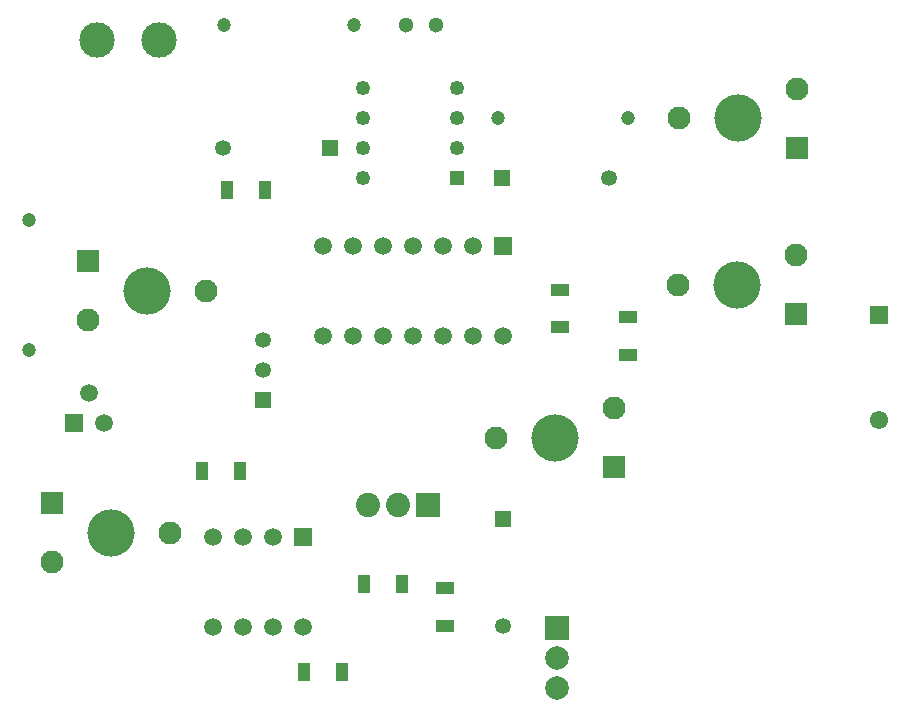
<source format=gbr>
%TF.GenerationSoftware,Altium Limited,Altium Designer,25.1.2 (22)*%
G04 Layer_Color=255*
%FSLAX25Y25*%
%MOIN*%
%TF.SameCoordinates,C6B27E67-7A8A-4C38-9DB9-D7D7B609FA95*%
%TF.FilePolarity,Positive*%
%TF.FileFunction,Pads,Top*%
%TF.Part,Single*%
G01*
G75*
%TA.AperFunction,SMDPad,CuDef*%
%ADD10R,0.05906X0.03937*%
%ADD11R,0.03937X0.05906*%
%TA.AperFunction,ComponentPad*%
%ADD16C,0.11811*%
%ADD17C,0.05118*%
%ADD18C,0.04724*%
%ADD19R,0.04921X0.04921*%
%ADD20C,0.04921*%
%ADD21R,0.05906X0.05906*%
%ADD22C,0.05906*%
%ADD23R,0.08071X0.08071*%
%ADD24C,0.08071*%
%ADD25C,0.05315*%
%ADD26R,0.05315X0.05315*%
%ADD27R,0.07874X0.07874*%
%ADD28C,0.07874*%
%ADD29C,0.15748*%
%ADD30C,0.07677*%
%ADD31R,0.07677X0.07677*%
%ADD32C,0.05900*%
%ADD33R,0.05900X0.05900*%
%ADD34R,0.06102X0.06102*%
%ADD35C,0.06102*%
%ADD36R,0.05315X0.05315*%
D10*
X240945Y47638D02*
D03*
Y60236D02*
D03*
X301969Y138189D02*
D03*
Y150787D02*
D03*
X279528Y147244D02*
D03*
Y159843D02*
D03*
D11*
X214173Y61811D02*
D03*
X226772D02*
D03*
X206693Y32283D02*
D03*
X194095D02*
D03*
X172835Y99213D02*
D03*
X160236D02*
D03*
X181102Y192913D02*
D03*
X168504D02*
D03*
D16*
X125000Y243110D02*
D03*
X145866D02*
D03*
D17*
X238189Y248031D02*
D03*
X228189D02*
D03*
D18*
X167323D02*
D03*
X210630D02*
D03*
X102362Y183071D02*
D03*
Y139764D02*
D03*
X258740Y217000D02*
D03*
X302047D02*
D03*
D19*
X245153Y197000D02*
D03*
D20*
Y207000D02*
D03*
Y217000D02*
D03*
Y227000D02*
D03*
X213894D02*
D03*
Y217000D02*
D03*
Y207000D02*
D03*
Y197000D02*
D03*
D21*
X260394Y174500D02*
D03*
X193894Y77500D02*
D03*
D22*
X250394Y174500D02*
D03*
X240394D02*
D03*
X230394D02*
D03*
X220394D02*
D03*
X210394D02*
D03*
X200394D02*
D03*
X260394Y144500D02*
D03*
X250394D02*
D03*
X240394D02*
D03*
X230394D02*
D03*
X220394D02*
D03*
X210394D02*
D03*
X200394D02*
D03*
X163894Y47500D02*
D03*
X173894D02*
D03*
X183894D02*
D03*
X193894D02*
D03*
X163894Y77500D02*
D03*
X173894D02*
D03*
X183894D02*
D03*
D23*
X235394Y88126D02*
D03*
D24*
X225394D02*
D03*
X215394D02*
D03*
D25*
X260394Y47783D02*
D03*
X180394Y143000D02*
D03*
Y133000D02*
D03*
X295610Y197000D02*
D03*
X167177Y207000D02*
D03*
D26*
X260394Y83217D02*
D03*
X180394Y123000D02*
D03*
D27*
X278394Y47000D02*
D03*
D28*
Y37000D02*
D03*
Y27000D02*
D03*
D29*
X141732Y159449D02*
D03*
X129921Y78740D02*
D03*
X277894Y110500D02*
D03*
X338583Y161417D02*
D03*
X338894Y217000D02*
D03*
D30*
X122047Y149606D02*
D03*
X161417Y159449D02*
D03*
X110236Y68898D02*
D03*
X149606Y78740D02*
D03*
X258209Y110500D02*
D03*
X297579Y120343D02*
D03*
X358268Y171260D02*
D03*
X318898Y161417D02*
D03*
X358579Y226842D02*
D03*
X319209Y217000D02*
D03*
D31*
X122047Y169291D02*
D03*
X110236Y88583D02*
D03*
X297579Y100657D02*
D03*
X358268Y151575D02*
D03*
X358579Y207157D02*
D03*
D32*
X127394Y115500D02*
D03*
X122394Y125500D02*
D03*
D33*
X117394Y115500D02*
D03*
D34*
X385827Y151339D02*
D03*
D35*
Y116378D02*
D03*
D36*
X260177Y197000D02*
D03*
X202610Y207000D02*
D03*
%TF.MD5,0e3016bdf39e4ad851b7082913e4bb8d*%
M02*

</source>
